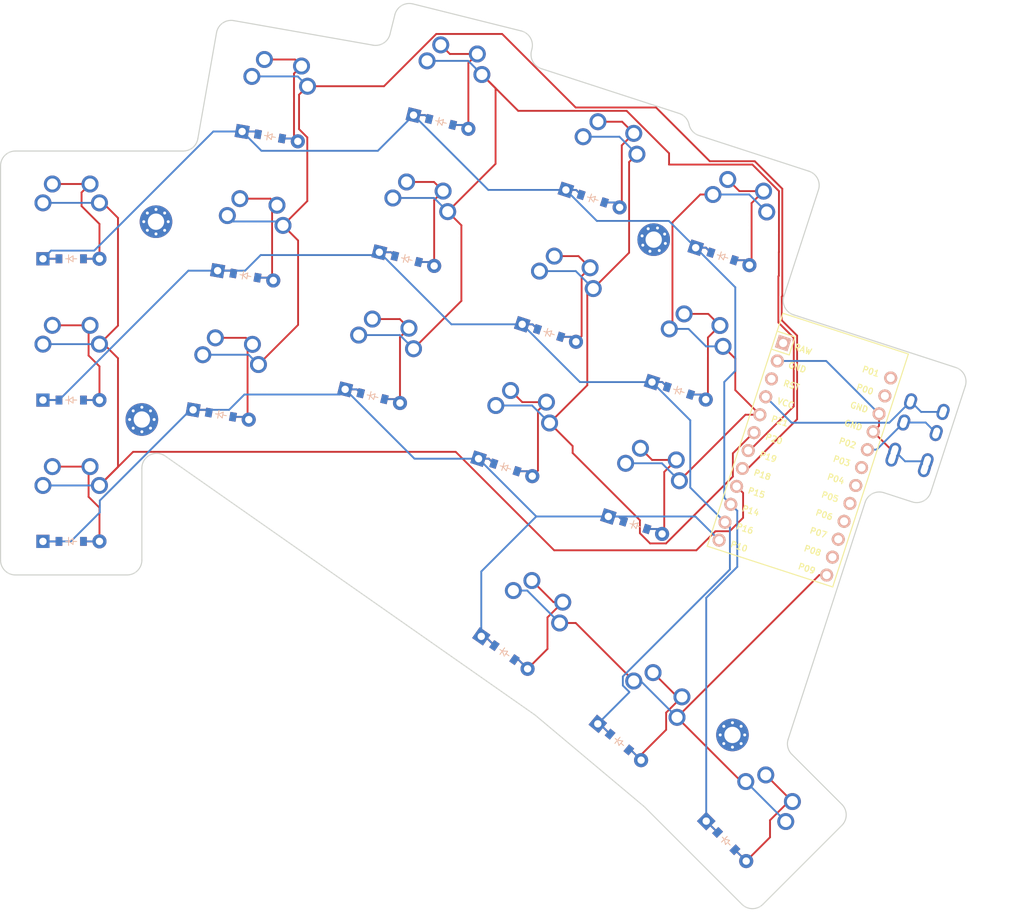
<source format=kicad_pcb>
(kicad_pcb (version 20221018) (generator pcbnew)
  (title_block (title "ferry") (rev "v1.0.0") (company "Unknown"))
  (layers (0 "F.Cu" signal) (31 "B.Cu" signal) (34 "B.Paste" user) (35 "F.Paste" user) (36 "B.SilkS" user "B.Silkscreen") (37 "F.SilkS" user "F.Silkscreen") (38 "B.Mask" user) (39 "F.Mask" user) (44 "Edge.Cuts" user))
  (net 0 "")
  (net 1 "pinky_bottom")
  (net 2 "P15")
  (net 3 "pinky_home")
  (net 4 "pinky_top")
  (net 5 "ring_bottom")
  (net 6 "P18")
  (net 7 "ring_home")
  (net 8 "ring_top")
  (net 9 "middle_bottom")
  (net 10 "P19")
  (net 11 "middle_home")
  (net 12 "middle_top")
  (net 13 "index_bottom")
  (net 14 "P20")
  (net 15 "index_home")
  (net 16 "index_top")
  (net 17 "outer_bottom")
  (net 18 "P21")
  (net 19 "outer_home")
  (net 20 "outer_top")
  (net 21 "P10")
  (net 22 "P16")
  (net 23 "P14")
  (net 24 "tuck_row")
  (net 25 "P9")
  (net 26 "home_row")
  (net 27 "reach_row")
  (net 28 "RAW")
  (net 29 "GND")
  (net 30 "RST")
  (net 31 "VCC")
  (net 32 "P1")
  (net 33 "P0")
  (net 34 "P2")
  (net 35 "P3")
  (net 36 "P4")
  (net 37 "P5")
  (net 38 "P6")
  (net 39 "P7")
  (net 40 "P8")
  (footprint "MX" (layer "F.Cu") (at 141.837285 80.572799 -14)
    (fp_text reference "S7" hide)
    (fp_text value "" hide)
  )
  (footprint "MountingHole_2.2mm_M2_Pad_Via" (layer "F.Cu") (at 109.525 88.57)
    (fp_text reference "_2" hide)
    (fp_text value "")
  )
  (footprint "ComboDiode" (layer "F.Cu") (at 123.489757 69.163451 -10)
    (fp_text reference "D5" hide)
    (fp_text value "" hide)
  )
  (footprint "ComboDiode" (layer "F.Cu") (at 100 85.95)
    (fp_text reference "D2" hide)
    (fp_text value "" hide)
  )
  (footprint "MX" (layer "F.Cu") (at 160.082104 90.274812 -18)
    (fp_text reference "S10" hide)
    (fp_text value "" hide)
  )
  (footprint "MX" (layer "F.Cu") (at 100 61.9)
    (fp_text reference "S3" hide)
    (fp_text value "" hide)
  )
  (footprint "ComboDiode" (layer "F.Cu") (at 181.923386 84.701355 -18)
    (fp_text reference "D14" hide)
    (fp_text value "" hide)
  )
  (footprint "MX" (layer "F.Cu") (at 121.05 83 -10)
    (fp_text reference "S4" hide)
    (fp_text value "" hide)
  )
  (footprint "MX" (layer "F.Cu") (at 100 80.95)
    (fp_text reference "S2" hide)
    (fp_text value "" hide)
  )
  (footprint "MX" (layer "F.Cu") (at 124.357998 64.239412 -10)
    (fp_text reference "S5" hide)
    (fp_text value "" hide)
  )
  (footprint "MX" (layer "F.Cu") (at 171.855652 54.039559 -18)
    (fp_text reference "S12" hide)
    (fp_text value "" hide)
  )
  (footprint "MountingHole_2.2mm_M2_Pad_Via" (layer "F.Cu") (at 189.145507 131.093761 -45)
    (fp_text reference "_4" hide)
    (fp_text value "")
  )
  (footprint "ComboDiode" (layer "F.Cu") (at 170.310567 58.794842 -18)
    (fp_text reference "D12" hide)
    (fp_text value "" hide)
  )
  (footprint "ComboDiode" (layer "F.Cu") (at 176.036612 102.818981 -18)
    (fp_text reference "D13" hide)
    (fp_text value "" hide)
  )
  (footprint "MX" (layer "F.Cu") (at 100 100)
    (fp_text reference "S1" hide)
    (fp_text value "" hide)
  )
  (footprint "MountingHole_2.2mm_M2_Pad_Via" (layer "F.Cu") (at 111.43 61.9)
    (fp_text reference "_1" hide)
    (fp_text value "")
  )
  (footprint "MX" (layer "F.Cu") (at 191.839584 141.870068 -45)
    (fp_text reference "S18" hide)
    (fp_text value "" hide)
  )
  (footprint "MX" (layer "F.Cu") (at 183.468471 79.946072 -18)
    (fp_text reference "S14" hide)
    (fp_text value "" hide)
  )
  (footprint "ComboDiode" (layer "F.Cu") (at 173.909242 132.046354 -40)
    (fp_text reference "D17" hide)
    (fp_text value "" hide)
  )
  (footprint "ProMicro" (layer "F.Cu") (at 198.9119 93.901376 -108)
    (fp_text reference "MCU1" hide)
    (fp_text value "" hide)
  )
  (footprint "ComboDiode" (layer "F.Cu") (at 100 105)
    (fp_text reference "D1" hide)
    (fp_text value "" hide)
  )
  (footprint "MX" (layer "F.Cu") (at 189.355244 61.828446 -18)
    (fp_text reference "S15" hide)
    (fp_text value "" hide)
  )
  (footprint "ComboDiode" (layer "F.Cu") (at 188.30405 145.405602 -45)
    (fp_text reference "D18" hide)
    (fp_text value "" hide)
  )
  (footprint "MX" (layer "F.Cu") (at 177.12318 128.216132 -40)
    (fp_text reference "S17" hide)
    (fp_text value "" hide)
  )
  (footprint "MX" (layer "F.Cu") (at 127.665996 45.478825 -10)
    (fp_text reference "S6" hide)
    (fp_text value "" hide)
  )
  (footprint "MX" (layer "F.Cu") (at 177.581697 98.063699 -18)
    (fp_text reference "S13" hide)
    (fp_text value "" hide)
  )
  (footprint "MX" (layer "F.Cu") (at 151.054509 43.604532 -14)
    (fp_text reference "S9" hide)
    (fp_text value "" hide)
  )
  (footprint "MX" (layer "F.Cu") (at 161.272758 115.896772 -35)
    (fp_text reference "S16" hide)
    (fp_text value "" hide)
  )
  (footprint "ComboDiode" (layer "F.Cu") (at 158.404876 119.992533 -35)
    (fp_text reference "D16" hide)
    (fp_text value "" hide)
  )
  (footprint "ComboDiode" (layer "F.Cu") (at 164.423793 76.912468 -18)
    (fp_text reference "D11" hide)
    (fp_text value "" hide)
  )
  (footprint "MX" (layer "F.Cu") (at 146.445897 62.088666 -14)
    (fp_text reference "S8" hide)
    (fp_text value "" hide)
  )
  (footprint "ComboDiode" (layer "F.Cu") (at 126.797755 50.402863 -10)
    (fp_text reference "D6" hide)
    (fp_text value "" hide)
  )
  (footprint "MountingHole_2.2mm_M2_Pad_Via" (layer "F.Cu") (at 178.530399 64.320347 -18)
    (fp_text reference "_3" hide)
    (fp_text value "")
  )
  (footprint "ComboDiode" (layer "F.Cu") (at 145.236287 66.940144 -14)
    (fp_text reference "D8" hide)
    (fp_text value "" hide)
  )
  (footprint "ComboDiode" (layer "F.Cu") (at 100 66.9)
    (fp_text reference "D3" hide)
    (fp_text value "" hide)
  )
  (footprint "MX" (layer "F.Cu") (at 165.968878 72.157186 -18)
    (fp_text reference "S11" hide)
    (fp_text value "" hide)
  )
  (footprint "ComboDiode" (layer "F.Cu") (at 120.181759 87.924039 -10)
    (fp_text reference "D4" hide)
    (fp_text value "" hide)
  )
  (footprint "TRRS-PJ-320A-dual" (layer "F.Cu") (at 218.526295 84.502546 -18)
    (fp_text reference "TRRS1")
    (fp_text value "TRRS-PJ-320A-dual")
  )
  (footprint "ComboDiode" (layer "F.Cu") (at 149.844899 48.456011 -14)
    (fp_text reference "D9" hide)
    (fp_text value "" hide)
  )
  (footprint "ComboDiode" (layer "F.Cu") (at 187.810159 66.583728 -18)
    (fp_text reference "D15" hide)
    (fp_text value "" hide)
  )
  (footprint "ComboDiode" (layer "F.Cu") (at 158.537019 95.030095 -18)
    (fp_text reference "D10" hide)
    (fp_text value "" hide)
  )
  (footprint "ComboDiode" (layer "F.Cu") (at 140.627675 85.424278 -14)
    (fp_text reference "D7" hide)
    (fp_text value "" hide)
  )
  (gr_line (start 121.909316 34.791828) (end 140.691978 38.103718) (stroke (width 0.15)) (layer "Edge.Cuts"))
  (gr_arc (start 199.455332 55.094985) (mid 200.619311 56.089117) (end 200.739411 57.615132) (stroke (width 0.15)) (layer "Edge.Cuts"))
  (gr_arc (start 143.632904 33.998752) (mid 144.543419 32.768261) (end 146.057339 32.542003) (stroke (width 0.15)) (layer "Edge.Cuts"))
  (gr_arc (start 109.525 107.525) (mid 108.939214 108.939214) (end 107.525 109.525) (stroke (width 0.15)) (layer "Edge.Cuts"))
  (gr_arc (start 117.069492 50.722296) (mid 116.385452 51.907089) (end 115.099876 52.375) (stroke (width 0.15)) (layer "Edge.Cuts"))
  (gr_line (start 163.371205 41.267617) (end 181.955739 47.306098) (stroke (width 0.15)) (layer "Edge.Cuts"))
  (gr_line (start 160.66029 36.182928) (end 146.057339 32.542003) (stroke (width 0.15)) (layer "Edge.Cuts"))
  (gr_line (start 162.596722 128.460991) (end 177.218422 140.730054) (stroke (width 0.15)) (layer "Edge.Cuts"))
  (gr_line (start 92.475 109.525) (end 107.525 109.525) (stroke (width 0.15)) (layer "Edge.Cuts"))
  (gr_line (start 193.253797 153.926238) (end 203.895754 143.284282) (stroke (width 0.15)) (layer "Edge.Cuts"))
  (gr_line (start 90.475 107.525) (end 90.475 54.375) (stroke (width 0.15)) (layer "Edge.Cuts"))
  (gr_line (start 213.36031 99.673697) (end 209.556084 98.437629) (stroke (width 0.15)) (layer "Edge.Cuts"))
  (gr_arc (start 193.253798 153.926239) (mid 191.839584 154.512026) (end 190.42537 153.926239) (stroke (width 0.15)) (layer "Edge.Cuts"))
  (gr_line (start 117.069492 50.722296) (end 119.592404 36.414147) (stroke (width 0.15)) (layer "Edge.Cuts"))
  (gr_line (start 109.525 107.525) (end 109.525 95.132444) (stroke (width 0.15)) (layer "Edge.Cuts"))
  (gr_line (start 215.880457 98.389618) (end 220.531163 84.076218) (stroke (width 0.15)) (layer "Edge.Cuts"))
  (gr_arc (start 215.880457 98.389618) (mid 214.886325 99.553597) (end 213.36031 99.673697) (stroke (width 0.15)) (layer "Edge.Cuts"))
  (gr_arc (start 90.475 54.375) (mid 91.060786 52.960786) (end 92.475 52.375) (stroke (width 0.15)) (layer "Edge.Cuts"))
  (gr_line (start 196.655048 131.6708) (end 207.035937 99.721708) (stroke (width 0.15)) (layer "Edge.Cuts"))
  (gr_arc (start 163.371206 41.267617) (mid 162.24 40.335124) (end 162.048648 38.881661) (stroke (width 0.15)) (layer "Edge.Cuts"))
  (gr_line (start 112.672153 93.49414) (end 162.4583 128.354775) (stroke (width 0.15)) (layer "Edge.Cuts"))
  (gr_arc (start 219.247084 81.556071) (mid 220.411063 82.550203) (end 220.531163 84.076218) (stroke (width 0.15)) (layer "Edge.Cuts"))
  (gr_arc (start 181.955739 47.306098) (mid 182.823995 47.86995) (end 183.294 48.792388) (stroke (width 0.15)) (layer "Edge.Cuts"))
  (gr_arc (start 203.895755 140.455855) (mid 204.481541 141.870069) (end 203.895754 143.284282) (stroke (width 0.15)) (layer "Edge.Cuts"))
  (gr_arc (start 162.4583 128.354776) (mid 162.52867 128.406373) (end 162.596722 128.460991) (stroke (width 0.15)) (layer "Edge.Cuts"))
  (gr_arc (start 177.218423 140.730054) (mid 177.284028 140.787588) (end 177.347061 140.847929) (stroke (width 0.15)) (layer "Edge.Cuts"))
  (gr_arc (start 184.632261 50.278678) (mid 183.764005 49.714826) (end 183.294 48.792388) (stroke (width 0.15)) (layer "Edge.Cuts"))
  (gr_line (start 143.632904 33.998751) (end 142.979865 36.617946) (stroke (width 0.15)) (layer "Edge.Cuts"))
  (gr_arc (start 92.475 109.525) (mid 91.060786 108.939214) (end 90.475 107.525) (stroke (width 0.15)) (layer "Edge.Cuts"))
  (gr_line (start 197.142947 133.703048) (end 203.895754 140.455854) (stroke (width 0.15)) (layer "Edge.Cuts"))
  (gr_line (start 177.347061 140.847929) (end 190.42537 153.926238) (stroke (width 0.15)) (layer "Edge.Cuts"))
  (gr_line (start 162.048648 38.881661) (end 162.117038 38.607363) (stroke (width 0.15)) (layer "Edge.Cuts"))
  (gr_line (start 196.088705 71.928533) (end 200.739411 57.615132) (stroke (width 0.15)) (layer "Edge.Cuts"))
  (gr_arc (start 197.372784 74.44868) (mid 196.208805 73.454548) (end 196.088705 71.928533) (stroke (width 0.15)) (layer "Edge.Cuts"))
  (gr_arc (start 197.142947 133.703048) (mid 196.612421 132.755725) (end 196.655048 131.6708) (stroke (width 0.15)) (layer "Edge.Cuts"))
  (gr_line (start 197.372784 74.44868) (end 219.247084 81.556071) (stroke (width 0.15)) (layer "Edge.Cuts"))
  (gr_line (start 92.475 52.375) (end 115.099876 52.375) (stroke (width 0.15)) (layer "Edge.Cuts"))
  (gr_arc (start 207.035937 99.721708) (mid 208.030069 98.557729) (end 209.556084 98.437629) (stroke (width 0.15)) (layer "Edge.Cuts"))
  (gr_arc (start 142.979865 36.617946) (mid 142.128552 37.811443) (end 140.691978 38.103718) (stroke (width 0.15)) (layer "Edge.Cuts"))
  (gr_arc (start 160.66029 36.182927) (mid 161.890781 37.093443) (end 162.117038 38.607363) (stroke (width 0.15)) (layer "Edge.Cuts"))
  (gr_arc (start 109.525 95.132444) (mid 110.601503 93.358422) (end 112.672153 93.49414) (stroke (width 0.15)) (layer "Edge.Cuts"))
  (gr_line (start 184.632261 50.278678) (end 199.455332 55.094985) (stroke (width 0.15)) (layer "Edge.Cuts"))
  (gr_arc (start 119.592404 36.414148) (mid 120.414867 35.12314) (end 121.909316 34.791828) (stroke (width 0.15)) (layer "Edge.Cuts"))
  (segment (start 102.342 95.118) (end 102.342 98.991869) (width 0.25) (layer "F.Cu") (net 1))
  (segment (start 102.54 94.92) (end 102.342 95.118) (width 0.25) (layer "F.Cu") (net 1))
  (segment (start 97.46 94.92) (end 102.54 94.92) (width 0.25) (layer "F.Cu") (net 1))
  (segment (start 103.81 105) (end 101.65 105) (width 0.25) (layer "F.Cu") (net 1))
  (segment (start 102.342 98.991869) (end 103.81 100.459869) (width 0.25) (layer "F.Cu") (net 1))
  (segment (start 103.81 100.459869) (end 103.81 105) (width 0.25) (layer "F.Cu") (net 1))
  (segment (start 101.65 105) (end 103.81 105) (width 0.25) (layer "B.Cu") (net 1))
  (segment (start 103.81 78.41) (end 106.3059 75.9141) (width 0.25) (layer "F.Cu") (net 2))
  (segment (start 190.578891 98.462175) (end 189.702591 97.585875) (width 0.25) (layer "F.Cu") (net 2))
  (segment (start 165.110156 106.2) (end 184.281913 106.2) (width 0.25) (layer "F.Cu") (net 2))
  (segment (start 106.3059 80.3059) (end 104.41 78.41) (width 0.25) (layer "F.Cu") (net 2))
  (segment (start 151.83644 92.926284) (end 165.110156 106.2) (width 0.25) (layer "F.Cu") (net 2))
  (segment (start 188.768374 103.631626) (end 190.578891 101.821109) (width 0.25) (layer "F.Cu") (net 2))
  (segment (start 184.281913 106.2) (end 186.850287 103.631626) (width 0.25) (layer "F.Cu") (net 2))
  (segment (start 108.343716 92.926284) (end 151.83644 92.926284) (width 0.25) (layer "F.Cu") (net 2))
  (segment (start 103.81 97.46) (end 106.3059 94.9641) (width 0.25) (layer "F.Cu") (net 2))
  (segment (start 103.81 97.46) (end 108.343716 92.926284) (width 0.25) (layer "F.Cu") (net 2))
  (segment (start 186.850287 103.631626) (end 188.768374 103.631626) (width 0.25) (layer "F.Cu") (net 2))
  (segment (start 106.3059 94.9641) (end 106.3059 80.3059) (width 0.25) (layer "F.Cu") (net 2))
  (segment (start 104.273684 59.36) (end 103.81 59.36) (width 0.25) (layer "F.Cu") (net 2))
  (segment (start 106.3059 75.9141) (end 106.3059 61.392216) (width 0.25) (layer "F.Cu") (net 2))
  (segment (start 190.578891 101.821109) (end 190.578891 98.462175) (width 0.25) (layer "F.Cu") (net 2))
  (segment (start 106.3059 61.392216) (end 104.273684 59.36) (width 0.25) (layer "F.Cu") (net 2))
  (segment (start 104.41 78.41) (end 103.81 78.41) (width 0.25) (layer "F.Cu") (net 2))
  (segment (start 96.19 97.46) (end 103.81 97.46) (width 0.25) (layer "B.Cu") (net 2))
  (segment (start 96.19 59.36) (end 103.81 59.36) (width 0.25) (layer "B.Cu") (net 2))
  (segment (start 96.19 78.41) (end 103.81 78.41) (width 0.25) (layer "B.Cu") (net 2))
  (segment (start 102.54 75.87) (end 102.342 76.068) (width 0.25) (layer "F.Cu") (net 3))
  (segment (start 101.65 85.95) (end 103.81 85.95) (width 0.25) (layer "F.Cu") (net 3))
  (segment (start 102.342 76.068) (end 102.342 79.941869) (width 0.25) (layer "F.Cu") (net 3))
  (segment (start 102.342 79.941869) (end 103.81 81.409869) (width 0.25) (layer "F.Cu") (net 3))
  (segment (start 103.81 81.409869) (end 103.81 85.95) (width 0.25) (layer "F.Cu") (net 3))
  (segment (start 97.46 75.87) (end 102.54 75.87) (width 0.25) (layer "F.Cu") (net 3))
  (segment (start 101.65 85.95) (end 103.81 85.95) (width 0.25) (layer "B.Cu") (net 3))
  (segment (start 103.81 62.21) (end 103.81 66.9) (width 0.25) (layer "F.Cu") (net 4))
  (segment (start 102.54 56.82) (end 101.397 57.963) (width 0.25) (layer "F.Cu") (net 4))
  (segment (start 101.397 57.963) (end 101.397 59.797) (width 0.25) (layer "F.Cu") (net 4))
  (segment (start 97.46 56.82) (end 102.54 56.82) (width 0.25) (layer "F.Cu") (net 4))
  (segment (start 101.397 59.797) (end 103.81 62.21) (width 0.25) (layer "F.Cu") (net 4))
  (segment (start 101.65 66.9) (end 103.81 66.9) (width 0.25) (layer "F.Cu") (net 4))
  (segment (start 101.65 66.9) (end 103.81 66.9) (width 0.25) (layer "B.Cu") (net 4))
  (segment (start 123.775184 79.096603) (end 123.775184 88.426946) (width 0.25) (layer "F.Cu") (net 5))
  (segment (start 123.775184 88.426946) (end 123.933877 88.585639) (width 0.25) (layer "F.Cu") (net 5))
  (segment (start 124.433544 78.438243) (end 123.775184 79.096603) (width 0.25) (layer "F.Cu") (net 5))
  (segment (start 123.551411 77.55611) (end 124.433544 78.438243) (width 0.25) (layer "F.Cu") (net 5))
  (segment (start 123.558796 88.210558) (end 123.933877 88.585639) (width 0.25) (layer "F.Cu") (net 5))
  (segment (start 121.806692 88.210558) (end 123.558796 88.210558) (width 0.25) (layer "F.Cu") (net 5))
  (segment (start 119.430721 77.55611) (end 123.551411 77.55611) (width 0.25) (layer "F.Cu") (net 5))
  (segment (start 121.806692 88.210558) (end 123.558796 88.210558) (width 0.25) (layer "B.Cu") (net 5))
  (segment (start 123.558796 88.210558) (end 123.933877 88.585639) (width 0.25) (layer "B.Cu") (net 5))
  (segment (start 191.229808 95.170192) (end 190.487495 95.170192) (width 0.25) (layer "F.Cu") (net 6))
  (segment (start 130.71618 49.424112) (end 131.827373 50.535305) (width 0.25) (layer "F.Cu") (net 6))
  (segment (start 197.861019 77.261019) (end 197.861019 88.538981) (width 0.25) (layer "F.Cu") (net 6))
  (segment (start 195.862511 57.462511) (end 195.862511 71.937489) (width 0.25) (layer "F.Cu") (net 6))
  (segment (start 195.784663 75.184663) (end 197.861019 77.261019) (width 0.25) (layer "F.Cu") (net 6))
  (segment (start 142.16479 43.639013) (end 149.210855 36.592948) (width 0.25) (layer "F.Cu") (net 6))
  (segment (start 192.15 53.75) (end 195.862511 57.462511) (width 0.25) (layer "F.Cu") (net 6))
  (segment (start 131.827373 59.123409) (end 128.551182 62.3996) (width 0.25) (layer "F.Cu") (net 6))
  (segment (start 131.85918 43.639013) (end 130.71618 44.782013) (width 0.25) (layer "F.Cu") (net 6))
  (segment (start 130.586721 64.435139) (end 130.586721 75.816651) (width 0.25) (layer "F.Cu") (net 6))
  (segment (start 168.006744 46.505289) (end 178.84389 46.505289) (width 0.25) (layer "F.Cu") (net 6))
  (segment (start 131.85918 43.639013) (end 142.16479 43.639013) (width 0.25) (layer "F.Cu") (net 6))
  (segment (start 197.861019 88.538981) (end 191.229808 95.170192) (width 0.25) (layer "F.Cu") (net 6))
  (segment (start 130.71618 44.782013) (end 130.71618 49.424112) (width 0.25) (layer "F.Cu") (net 6))
  (segment (start 131.827373 50.535305) (end 131.827373 59.123409) (width 0.25) (layer "F.Cu") (net 6))
  (segment (start 195.862511 71.937489) (end 195.784663 72.015337) (width 0.25) (layer "F.Cu") (net 6))
  (segment (start 128.551182 62.3996) (end 130.586721 64.435139) (width 0.25) (layer "F.Cu") (net 6))
  (segment (start 178.84389 46.505289) (end 186.088601 53.75) (width 0.25) (layer "F.Cu") (net 6))
  (segment (start 186.088601 53.75) (end 192.15 53.75) (width 0.25) (layer "F.Cu") (net 6))
  (segment (start 149.210855 36.592948) (end 158.094403 36.592948) (width 0.25) (layer "F.Cu") (net 6))
  (segment (start 195.784663 72.015337) (end 195.784663 75.184663) (width 0.25) (layer "F.Cu") (net 6))
  (segment (start 158.094403 36.592948) (end 168.006744 46.505289) (width 0.25) (layer "F.Cu") (net 6))
  (segment (start 130.586721 75.816651) (end 125.243184 81.160188) (width 0.25) (layer "F.Cu") (net 6))
  (segment (start 123.919985 79.836989) (end 125.243184 81.160188) (width 0.25) (layer "B.Cu") (net 6))
  (segment (start 124.354945 42.315814) (end 130.535981 42.315814) (width 0.25) (layer "B.Cu") (net 6))
  (segment (start 130.535981 42.315814) (end 131.85918 43.639013) (width 0.25) (layer "B.Cu") (net 6))
  (segment (start 121.841058 61.870512) (end 128.022094 61.870512) (width 0.25) (layer "B.Cu") (net 6))
  (segment (start 128.022094 61.870512) (end 128.551182 62.3996) (width 0.25) (layer "B.Cu") (net 6))
  (segment (start 121.046947 61.076401) (end 121.841058 61.870512) (width 0.25) (layer "B.Cu") (net 6))
  (segment (start 117.738949 79.836989) (end 123.919985 79.836989) (width 0.25) (layer "B.Cu") (net 6))
  (segment (start 125.11469 69.44997) (end 126.866794 69.44997) (width 0.25) (layer "F.Cu") (net 7))
  (segment (start 122.738719 58.795522) (end 126.859409 58.795522) (width 0.25) (layer "F.Cu") (net 7))
  (segment (start 126.859409 58.795522) (end 127.741542 59.677655) (width 0.25) (layer "F.Cu") (net 7))
  (segment (start 127.083182 60.336015) (end 127.083182 69.666358) (width 0.25) (layer "F.Cu") (net 7))
  (segment (start 127.741542 59.677655) (end 127.083182 60.336015) (width 0.25) (layer "F.Cu") (net 7))
  (segment (start 127.083182 69.666358) (end 127.241875 69.825051) (width 0.25) (layer "F.Cu") (net 7))
  (segment (start 126.866794 69.44997) (end 127.241875 69.825051) (width 0.25) (layer "F.Cu") (net 7))
  (segment (start 126.866794 69.44997) (end 127.241875 69.825051) (width 0.25) (layer "B.Cu") (net 7))
  (segment (start 125.11469 69.44997) (end 126.866794 69.44997) (width 0.25) (layer "B.Cu") (net 7))
  (segment (start 130.034896 50.549486) (end 130.549873 51.064463) (width 0.25) (layer "F.Cu") (net 8))
  (segment (start 130.174792 50.689382) (end 130.549873 51.064463) (width 0.25) (layer "F.Cu") (net 8))
  (segment (start 126.046717 40.034935) (end 130.167407 40.034935) (width 0.25) (layer "F.Cu") (net 8))
  (segment (start 128.422688 50.689382) (end 130.174792 50.689382) (width 0.25) (layer "F.Cu") (net 8))
  (segment (start 130.034896 41.931712) (end 130.034896 50.549486) (width 0.25) (layer "F.Cu") (net 8))
  (segment (start 131.04954 40.917068) (end 130.034896 41.931712) (width 0.25) (layer "F.Cu") (net 8))
  (segment (start 130.167407 40.034935) (end 131.04954 40.917068) (width 0.25) (layer "F.Cu") (net 8))
  (segment (start 128.422688 50.689382) (end 130.174792 50.689382) (width 0.25) (layer "B.Cu") (net 8))
  (segment (start 130.174792 50.689382) (end 130.549873 51.064463) (width 0.25) (layer "B.Cu") (net 8))
  (segment (start 140.601697 75.029215) (end 144.301836 75.029215) (width 0.25) (layer "F.Cu") (net 9))
  (segment (start 143.801951 85.823449) (end 144.324502 86.346) (width 0.25) (layer "F.Cu") (net 9))
  (segment (start 142.228663 85.823449) (end 143.801951 85.823449) (width 0.25) (layer "F.Cu") (net 9))
  (segment (start 144.301836 75.029215) (end 145.530799 76.258178) (width 0.25) (layer "F.Cu") (net 9))
  (segment (start 145.530799 76.258178) (end 144.324502 77.464475) (width 0.25) (layer "F.Cu") (net 9))
  (segment (start 144.324502 77.464475) (end 144.324502 86.346) (width 0.25) (layer "F.Cu") (net 9))
  (segment (start 142.228663 85.823449) (end 143.801951 85.823449) (width 0.25) (layer "B.Cu") (net 9))
  (segment (start 143.801951 85.823449) (end 144.324502 86.346) (width 0.25) (layer "B.Cu") (net 9))
  (segment (start 195.412511 57.777693) (end 195.412511 65.987489) (width 0.25) (layer "F.Cu") (net 10))
  (segment (start 180.6 52.675887) (end 180.6 54.2) (width 0.25) (layer "F.Cu") (net 10))
  (segment (start 195.4 66) (end 195.4 69.2) (width 0.25) (layer "F.Cu") (net 10))
  (segment (start 150.757205 60.545837) (end 152.600899 62.389531) (width 0.25) (layer "F.Cu") (net 10))
  (segment (start 197.411019 77.563167) (end 197.411019 78) (width 0.25) (layer "F.Cu") (net 10))
  (segment (start 191.834818 54.2) (end 195.412511 57.777693) (width 0.25) (layer "F.Cu") (net 10))
  (segment (start 197.411019 86.788981) (end 191.445492 92.754508) (width 0.25) (layer "F.Cu") (net 10))
  (segment (start 195.412511 65.987489) (end 195.4 66) (width 0.25) (layer "F.Cu") (net 10))
  (segment (start 195.334663 75.486811) (end 197.411019 77.563167) (width 0.25) (layer "F.Cu") (net 10))
  (segment (start 191.445492 92.754508) (end 191.272398 92.754508) (width 0.25) (layer "F.Cu") (net 10))
  (segment (start 152.600899 72.577664) (end 146.148593 79.02997) (width 0.25) (layer "F.Cu") (net 10))
  (segment (start 157.209511 43.905397) (end 157.209511 54.093531) (width 0.25) (layer "F.Cu") (net 10))
  (segment (start 195.334663 69.265337) (end 195.334663 75.486811) (width 0.25) (layer "F.Cu") (net 10))
  (segment (start 152.600899 62.389531) (end 152.600899 72.577664) (width 0.25) (layer "F.Cu") (net 10))
  (segment (start 174.879402 46.955289) (end 180.6 52.675887) (width 0.25) (layer "F.Cu") (net 10))
  (segment (start 160.259403 46.955289) (end 174.879402 46.955289) (width 0.25) (layer "F.Cu") (net 10))
  (segment (start 155.365817 42.061703) (end 157.209511 43.905397) (width 0.25) (layer "F.Cu") (net 10))
  (segment (start 195.4 69.2) (end 195.334663 69.265337) (width 0.25) (layer "F.Cu") (net 10))
  (segment (start 155.365817 42.061703) (end 160.259403 46.955289) (width 0.25) (layer "F.Cu") (net 10))
  (segment (start 157.209511 54.093531) (end 150.757205 60.545837) (width 0.25) (layer "F.Cu") (net 10))
  (segment (start 197.411019 77.563167) (end 197.411019 86.788981) (width 0.25) (layer "F.Cu") (net 10))
  (segment (start 180.6 54.2) (end 191.834818 54.2) (width 0.25) (layer "F.Cu") (net 10))
  (segment (start 144.305148 77.186525) (end 146.148593 79.02997) (width 0.25) (layer "B.Cu") (net 10))
  (segment (start 147.972164 40.218258) (end 153.522372 40.218258) (width 0.25) (layer "B.Cu") (net 10))
  (segment (start 143.363552 58.702392) (end 148.91376 58.702392) (width 0.25) (layer "B.Cu") (net 10))
  (segment (start 148.91376 58.702392) (end 150.757205 60.545837) (width 0.25) (layer "B.Cu") (net 10))
  (segment (start 138.75494 77.186525) (end 144.305148 77.186525) (width 0.25) (layer "B.Cu") (net 10))
  (segment (start 153.522372 40.218258) (end 155.365817 42.061703) (width 0.25) (layer "B.Cu") (net 10))
  (segment (start 145.210309 56.545082) (end 148.910448 56.545082) (width 0.25) (layer "F.Cu") (net 11))
  (segment (start 146.837275 67.339315) (end 148.410563 67.339315) (width 0.25) (layer "F.Cu") (net 11))
  (segment (start 148.410563 67.339315) (end 148.933114 67.861866) (width 0.25) (layer "F.Cu") (net 11))
  (segment (start 148.910448 56.545082) (end 150.139411 57.774045) (width 0.25) (layer "F.Cu") (net 11))
  (segment (start 148.933114 58.980342) (end 148.933114 67.861866) (width 0.25) (layer "F.Cu") (net 11))
  (segment (start 150.139411 57.774045) (end 148.933114 58.980342) (width 0.25) (layer "F.Cu") (net 11))
  (segment (start 148.410563 67.339315) (end 148.933114 67.861866) (width 0.25) (layer "B.Cu") (net 11))
  (segment (start 146.837275 67.339315) (end 148.410563 67.339315) (width 0.25) (layer "B.Cu") (net 11))
  (segment (start 153.019175 48.855182) (end 153.541726 49.377733) (width 0.25) (layer "F.Cu") (net 12))
  (segment (start 151.047884 39.289911) (end 154.748023 39.289911) (width 0.25) (layer "F.Cu") (net 12))
  (segment (start 149.818921 38.060948) (end 151.047884 39.289911) (width 0.25) (layer "F.Cu") (net 12))
  (segment (start 154.748023 39.289911) (end 153.541726 40.496208) (width 0.25) (layer "F.Cu") (net 12))
  (segment (start 153.541726 40.496208) (end 153.541726 49.377733) (width 0.25) (layer "F.Cu") (net 12))
  (segment (start 151.445887 48.855182) (end 153.019175 48.855182) (width 0.25) (layer "F.Cu") (net 12))
  (segment (start 151.445887 48.855182) (end 153.019175 48.855182) (width 0.25) (layer "B.Cu") (net 12))
  (segment (start 153.019175 48.855182) (end 153.541726 49.377733) (width 0.25) (layer "B.Cu") (net 12))
  (segment (start 161.493067 95.539973) (end 162.160544 96.20745) (width 0.25) (layer "F.Cu") (net 13))
  (segment (start 159.236227 84.658542) (end 160.806033 86.228348) (width 0.25) (layer "F.Cu") (net 13))
  (segment (start 160.106262 95.539973) (end 160.106262 95.706262) (width 0.25) (layer "F.Cu") (net 13))
  (segment (start 160.806033 86.228348) (end 164.067594 86.228348) (width 0.25) (layer "F.Cu") (net 13))
  (segment (start 162.924594 87.371348) (end 162.924594 95.4434) (width 0.25) (layer "F.Cu") (net 13))
  (segment (start 162.924594 95.4434) (end 162.160544 96.20745) (width 0.25) (layer "F.Cu") (net 13))
  (segment (start 160.106262 95.539973) (end 161.493067 95.539973) (width 0.25) (layer "F.Cu") (net 13))
  (segment (start 164.067594 86.228348) (end 162.924594 87.371348) (width 0.25) (layer "F.Cu") (net 13))
  (segment (start 160.106262 95.539973) (end 161.493067 95.539973) (width 0.25) (layer "B.Cu") (net 13))
  (segment (start 161.493067 95.539973) (end 162.160544 96.20745) (width 0.25) (layer "B.Cu") (net 13))
  (segment (start 176.667469 103.895055) (end 178.04625 105.273836) (width 0.25) (layer "F.Cu") (net 14))
  (segment (start 176.667469 102.144716) (end 176.667469 103.895055) (width 0.25) (layer "F.Cu") (net 14))
  (segment (start 175.211592 53.853718) (end 175.211592 66.084571) (width 0.25) (layer "F.Cu") (net 14))
  (segment (start 169.574345 71.721818) (end 169.574345 83.95267) (width 0.25) (layer "F.Cu") (net 14))
  (segment (start 164.490532 89.036483) (end 167.6 92.145951) (width 0.25) (layer "F.Cu") (net 14))
  (segment (start 167.6 93.077247) (end 176.667469 102.144716) (width 0.25) (layer "F.Cu") (net 14))
  (segment (start 169.574345 83.95267) (end 164.490532 89.036483) (width 0.25) (layer "F.Cu") (net 14))
  (segment (start 189.2 93.128011) (end 191.989186 90.338825) (width 0.25) (layer "F.Cu") (net 14))
  (segment (start 189.2 96.263131) (end 189.2 93.128011) (width 0.25) (layer "F.Cu") (net 14))
  (segment (start 191.989186 90.338825) (end 192.057301 90.338825) (width 0.25) (layer "F.Cu") (net 14))
  (segment (start 175.211592 66.084571) (end 170.377306 70.918857) (width 0.25) (layer "F.Cu") (net 14))
  (segment (start 167.6 92.145951) (end 167.6 93.077247) (width 0.25) (layer "F.Cu") (net 14))
  (segment (start 170.377306 70.918857) (end 169.574345 71.721818) (width 0.25) (layer "F.Cu") (net 14))
  (segment (start 176.26408 52.80123) (end 175.211592 53.853718) (width 0.25) (layer "F.Cu") (net 14))
  (segment (start 180.189295 105.273836) (end 189.2 96.263131) (width 0.25) (layer "F.Cu") (net 14))
  (segment (start 178.04625 105.273836) (end 180.189295 105.273836) (width 0.25) (layer "F.Cu") (net 14))
  (segment (start 157.243482 86.681774) (end 162.135823 86.681774) (width 0.25) (layer "B.Cu") (net 14))
  (segment (start 173.909371 50.446521) (end 176.26408 52.80123) (width 0.25) (layer "B.Cu") (net 14))
  (segment (start 169.01703 50.446521) (end 173.909371 50.446521) (width 0.25) (layer "B.Cu") (net 14))
  (segment (start 168.022597 68.564148) (end 170.377306 70.918857) (width 0.25) (layer "B.Cu") (net 14))
  (segment (start 163.130256 68.564148) (end 168.022597 68.564148) (width 0.25) (layer "B.Cu") (net 14))
  (segment (start 162.135823 86.681774) (end 164.490532 89.036483) (width 0.25) (layer "B.Cu") (net 14))
  (segment (start 168.811368 77.325773) (end 168.047318 78.089823) (width 0.25) (layer "F.Cu") (net 15))
  (segment (start 168.384562 66.540916) (end 169.954368 68.110722) (width 0.25) (layer "F.Cu") (net 15))
  (segment (start 167.379841 77.422346) (end 168.047318 78.089823) (width 0.25) (layer "F.Cu") (net 15))
  (segment (start 169.954368 68.110722) (end 168.811368 69.253722) (width 0.25) (layer "F.Cu") (net 15))
  (segment (start 165.993036 77.422346) (end 167.379841 77.422346) (width 0.25) (layer "F.Cu") (net 15))
  (segment (start 165.123001 66.540916) (end 168.384562 66.540916) (width 0.25) (layer "F.Cu") (net 15))
  (segment (start 168.811368 69.253722) (end 168.811368 77.325773) (width 0.25) (layer "F.Cu") (net 15))
  (segment (start 167.379841 77.422346) (end 168.047318 78.089823) (width 0.25) (layer "B.Cu") (net 15))
  (segment (start 165.993036 77.422346) (end 167.379841 77.422346) (width 0.25) (layer "B.Cu") (net 15))
  (segment (start 174.224552 59.681737) (end 173.934092 59.972197) (width 0.25) (layer "F.Cu") (net 16))
  (segment (start 174.224552 51.609685) (end 174.224552 59.681737) (width 0.25) (layer "F.Cu") (net 16))
  (segment (start 171.009775 48.423289) (end 174.271336 48.423289) (width 0.25) (layer "F.Cu") (net 16))
  (segment (start 174.271336 48.423289) (end 175.841142 49.993095) (width 0.25) (layer "F.Cu") (net 16))
  (segment (start 173.266615 59.30472) (end 173.934092 59.972197) (width 0.25) (layer "F.Cu") (net 16))
  (segment (start 171.87981 59.30472) (end 173.266615 59.30472) (width 0.25) (layer "F.Cu") (net 16))
  (segment (start 175.841142 49.993095) (end 174.224552 51.609685) (width 0.25) (layer "F.Cu") (net 16))
  (segment (start 171.87981 59.30472) (end 173.266615 59.30472) (width 0.25) (layer "B.Cu") (net 16))
  (segment (start 173.266615 59.30472) (end 173.934092 59.972197) (width 0.25) (layer "B.Cu") (net 16))
  (segment (start 178.305626 94.017235) (end 181.567187 94.017235) (width 0.25) (layer "F.Cu") (net 17))
  (segment (start 178.99266 103.328859) (end 179.660137 103.996336) (width 0.25) (layer "F.Cu") (net 17))
  (segment (start 179.950597 103.705876) (end 179.660137 103.996336) (width 0.25) (layer "F.Cu") (net 17))
  (segment (start 179.950597 95.633825) (end 179.950597 103.705876) (width 0.25) (layer "F.Cu") (net 17))
  (segment (start 181.567187 94.017235) (end 179.950597 95.633825) (width 0.25) (layer "F.Cu") (net 17))
  (segment (start 177.605855 103.328859) (end 178.99266 103.328859) (width 0.25) (layer "F.Cu") (net 17))
  (segment (start 176.73582 92.447429) (end 178.305626 94.017235) (width 0.25) (layer "F.Cu") (net 17))
  (segment (start 177.605855 103.328859) (end 178.99266 103.328859) (width 0.25) (layer "B.Cu") (net 17))
  (segment (start 178.99266 103.328859) (end 179.660137 103.996336) (width 0.25) (layer "B.Cu") (net 17))
  (segment (start 181.055399 75.927484) (end 180.629849 76.353034) (width 0.25) (layer "F.Cu") (net 18))
  (segment (start 189.525738 80.356582) (end 189.525738 84.606675) (width 0.25) (layer "F.Cu") (net 18))
  (segment (start 184.813425 58.235408) (end 181.055399 61.993434) (width 0.25) (layer "F.Cu") (net 18))
  (segment (start 189.525738 84.606675) (end 192.842204 87.923141) (width 0.25) (layer "F.Cu") (net 18))
  (segment (start 181.055399 61.993434) (end 181.055399 75.927484) (width 0.25) (layer "F.Cu") (net 18))
  (segment (start 181.990125 96.82537) (end 190.892354 87.923141) (width 0.25) (layer "F.Cu") (net 18))
  (segment (start 187.876899 78.707743) (end 189.525738 80.356582) (width 0.25) (layer "F.Cu") (net 18))
  (segment (start 186.516622 58.235408) (end 184.813425 58.235408) (width 0.25) (layer "F.Cu") (net 18))
  (segment (start 190.892354 87.923141) (end 192.842204 87.923141) (width 0.25) (layer "F.Cu") (net 18))
  (segment (start 191.408963 58.235408) (end 193.763672 60.590117) (width 0.25) (layer "B.Cu") (net 18))
  (segment (start 174.743075 94.470661) (end 179.635416 94.470661) (width 0.25) (layer "B.Cu") (net 18))
  (segment (start 186.516622 58.235408) (end 191.408963 58.235408) (width 0.25) (layer "B.Cu") (net 18))
  (segment (start 179.635416 94.470661) (end 181.990125 96.82537) (width 0.25) (layer "B.Cu") (net 18))
  (segment (start 180.629849 76.353034) (end 183.225564 76.353034) (width 0.25) (layer "B.Cu") (net 18))
  (segment (start 183.225564 76.353034) (end 185.580273 78.707743) (width 0.25) (layer "B.Cu") (net 18))
  (segment (start 185.580273 78.707743) (end 187.876899 78.707743) (width 0.25) (layer "B.Cu") (net 18))
  (segment (start 185.837371 77.516198) (end 185.837371 85.58825) (width 0.25) (layer "F.Cu") (net 19))
  (segment (start 183.492629 85.211233) (end 184.879434 85.211233) (width 0.25) (layer "F.Cu") (net 19))
  (segment (start 182.622594 74.329802) (end 185.884155 74.329802) (width 0.25) (layer "F.Cu") (net 19))
  (segment (start 185.837371 85.58825) (end 185.546911 85.87871) (width 0.25) (layer "F.Cu") (net 19))
  (segment (start 184.879434 85.211233) (end 185.546911 85.87871) (width 0.25) (layer "F.Cu") (net 19))
  (segment (start 187.453961 75.899608) (end 185.837371 77.516198) (width 0.25) (layer "F.Cu") (net 19))
  (segment (start 185.884155 74.329802) (end 187.453961 75.899608) (width 0.25) (layer "F.Cu") (net 19))
  (segment (start 184.879434 85.211233) (end 185.546911 85.87871) (width 0.25) (layer "B.Cu") (net 19))
  (segment (start 183.492629 85.211233) (end 184.879434 85.211233) (width 0.25) (layer "B.Cu") (net 19))
  (segment (start 190.766207 67.093606) (end 191.433684 67.761083) (width 0.25) (layer "F.Cu") (net 20))
  (segment (start 190.079173 57.781982) (end 193.340734 57.781982) (width 0.25) (layer "F.Cu") (net 20))
  (segment (start 188.509367 56.212176) (end 190.079173 57.781982) (width 0.25) (layer "F.Cu") (net 20))
  (segment (start 191.724144 59.398572) (end 191.724144 67.470623) (width 0.25) (layer "F.Cu") (net 20))
  (segment (start 193.340734 57.781982) (end 191.724144 59.398572) (width 0.25) (layer "F.Cu") (net 20))
  (segment (start 189.379402 67.093606) (end 190.766207 67.093606) (width 0.25) (layer "F.Cu") (net 20))
  (segment (start 191.724144 67.470623) (end 191.433684 67.761083) (width 0.25) (layer "F.Cu") (net 20))
  (segment (start 189.379402 67.093606) (end 190.766207 67.093606) (width 0.25) (layer "B.Cu") (net 20))
  (segment (start 190.766207 67.093606) (end 191.433684 67.761083) (width 0.25) (layer "B.Cu") (net 20))
  (segment (start 96.19 105) (end 98.35 105) (width 0.25) (layer "F.Cu") (net 21))
  (segment (start 172.413087 101.641626) (end 173.799892 101.641626) (width 0.25) (layer "F.Cu") (net 21))
  (segment (start 136.930848 84.502556) (end 138.504136 84.502556) (width 0.25) (layer "F.Cu") (net 21))
  (segment (start 173.799892 101.641626) (end 174.467369 102.309103) (width 0.25) (layer "F.Cu") (net 21))
  (segment (start 155.81435 117.807207) (end 157.053275 119.046132) (width 0.25) (layer "F.Cu") (net 21))
  (segment (start 118.181745 87.262439) (end 118.556826 87.63752) (width 0.25) (layer "F.Cu") (net 21))
  (segment (start 154.913494 93.85274) (end 156.300299 93.85274) (width 0.25) (layer "F.Cu") (net 21))
  (segment (start 138.504136 84.502556) (end 139.026687 85.025107) (width 0.25) (layer "F.Cu") (net 21))
  (segment (start 155.283907 117.807207) (end 155.81435 117.807207) (width 0.25) (layer "F.Cu") (net 21))
  (segment (start 116.662439 87.262439) (end 117.03752 87.63752) (width 0.25) (layer "F.Cu") (net 21))
  (segment (start 116.429641 87.262439) (end 118.181745 87.262439) (width 0.25) (layer "F.Cu") (net 21))
  (segment (start 156.300299 93.85274) (end 156.967776 94.520217) (width 0.25) (layer "F.Cu") (net 21))
  (segment (start 116.429641 87.262439) (end 116.662439 87.262439) (width 0.25) (layer "F.Cu") (net 21))
  (segment (start 172.413087 101.641626) (end 184.156582 101.641626) (width 0.25) (layer "B.Cu") (net 21))
  (segment (start 155.283907 117.807207) (end 155.283907 109.060099) (width 0.25) (layer "B.Cu") (net 21))
  (segment (start 136.930848 84.502556) (end 138.504136 84.502556) (width 0.25) (layer "B.Cu") (net 21))
  (segment (start 155.283907 109.060099) (end 162.70238 101.641626) (width 0.25) (layer "B.Cu") (net 21))
  (segment (start 99.946316 105) (end 103.8541 101.092216) (width 0.25) (layer "B.Cu") (net 21))
  (segment (start 103.8541 99.492216) (end 116.083877 87.262439) (width 0.25) (layer "B.Cu") (net 21))
  (segment (start 138.504136 84.502556) (end 139.026687 85.025107) (width 0.25) (layer "B.Cu") (net 21))
  (segment (start 136.233404 85.2) (end 136.930848 84.502556) (width 0.25) (layer "B.Cu") (net 21))
  (segment (start 154.913494 93.85274) (end 162.70238 101.641626) (width 0.25) (layer "B.Cu") (net 21))
  (segment (start 96.19 105) (end 99.946316 105) (width 0.25) (layer "B.Cu") (net 21))
  (segment (start 136.930848 84.502556) (end 146.281032 93.85274) (width 0.25) (layer "B.Cu") (net 21))
  (segment (start 96.19 105) (end 98.35 105) (width 0.25) (layer "B.Cu") (net 21))
  (segment (start 116.429641 87.262439) (end 118.181745 87.262439) (width 0.25) (layer "B.Cu") (net 21))
  (segment (start 154.913494 93.85274) (end 156.300299 93.85274) (width 0.25) (layer "B.Cu") (net 21))
  (segment (start 121.287191 87.262439) (end 123.34963 85.2) (width 0.25) (layer "B.Cu") (net 21))
  (segment (start 156.300299 93.85274) (end 156.967776 94.520217) (width 0.25) (layer "B.Cu") (net 21))
  (segment (start 103.8541 101.092216) (end 103.8541 99.492216) (width 0.25) (layer "B.Cu") (net 21))
  (segment (start 123.34963 85.2) (end 136.233404 85.2) (width 0.25) (layer "B.Cu") (net 21))
  (segment (start 116.083877 87.262439) (end 116.429641 87.262439) (width 0.25) (layer "B.Cu") (net 21))
  (segment (start 184.156582 101.641626) (end 187.347882 104.832926) (width 0.25) (layer "B.Cu") (net 21))
  (segment (start 118.181745 87.262439) (end 118.556826 87.63752) (width 0.25) (layer "B.Cu") (net 21))
  (segment (start 155.283907 117.807207) (end 155.81435 117.807207) (width 0.25) (layer "B.Cu") (net 21))
  (segment (start 155.81435 117.807207) (end 157.053275 119.046132) (width 0.25) (layer "B.Cu") (net 21))
  (segment (start 116.429641 87.262439) (end 121.287191 87.262439) (width 0.25) (layer "B.Cu") (net 21))
  (segment (start 173.799892 101.641626) (end 174.467369 102.309103) (width 0.25) (layer "B.Cu") (net 21))
  (segment (start 172.413087 101.641626) (end 173.799892 101.641626) (width 0.25) (layer "B.Cu") (net 21))
  (segment (start 146.281032 93.85274) (end 154.913494 93.85274) (width 0.25) (layer "B.Cu") (net 21))
  (segment (start 162.70238 101.641626) (end 172.413087 101.641626) (width 0.25) (layer "B.Cu") (net 21))
  (segment (start 170.990613 129.597333) (end 171.256848 129.597333) (width 0.25) (layer "F.Cu") (net 22))
  (segment (start 121.489743 68.501851) (end 121.864824 68.876932) (width 0.25) (layer "F.Cu") (net 22))
  (segment (start 141.53946 66.018422) (end 143.112748 66.018422) (width 0.25) (layer "F.Cu") (net 22))
  (segment (start 179.686666 83.524) (end 180.354143 84.191477) (width 0.25) (layer "F.Cu") (net 22))
  (segment (start 178.299861 83.524) (end 179.686666 83.524) (width 0.25) (layer "F.Cu") (net 22))
  (segment (start 160.800268 75.735113) (end 162.187073 75.735113) (width 0.25) (layer "F.Cu") (net 22))
  (segment (start 162.187073 75.735113) (end 162.85455 76.40259) (width 0.25) (layer "F.Cu") (net 22))
  (segment (start 119.737639 68.501851) (end 121.489743 68.501851) (width 0.25) (layer "F.Cu") (net 22))
  (segment (start 96.19 85.95) (end 98.35 85.95) (width 0.25) (layer "F.Cu") (net 22))
  (segment (start 143.112748 66.018422) (end 143.635299 66.540973) (width 0.25) (layer "F.Cu") (net 22))
  (segment (start 171.256848 129.597333) (end 172.645269 130.985754) (width 0.25) (layer "F.Cu") (net 22))
  (segment (start 125.547541 66.4) (end 141.157882 66.4) (width 0.25) (layer "B.Cu") (net 22))
  (segment (start 119.737639 68.501851) (end 121.489743 68.501851) (width 0.25) (layer "B.Cu") (net 22))
  (segment (start 162.187073 75.735113) (end 162.85455 76.40259) (width 0.25) (layer "B.Cu") (net 22))
  (segment (start 96.19 85.95) (end 98.35 85.95) (width 0.25) (layer "B.Cu") (net 22))
  (segment (start 103.8541 80.446031) (end 103.8541 80.442216) (width 0.25) (layer "B.Cu") (net 22))
  (segment (start 119.737639 68.501851) (end 123.44569 68.501851) (width 0.25) (layer "B.Cu") (net 22))
  (segment (start 141.53946 66.018422) (end 151.256151 75.735113) (width 0.25) (layer "B.Cu") (net 22))
  (segment (start 123.44569 68.501851) (end 125.547541 66.4) (width 0.25) (layer "B.Cu") (net 22))
  (segment (start 121.489743 68.501851) (end 121.864824 68.876932) (width 0.25) (layer "B.Cu") (net 22))
  (segment (start 98.350131 85.95) (end 103.8541 80.446031) (width 0.25) (layer "B.Cu") (net 22))
  (segment (start 141.53946 66.018422) (end 143.112748 66.018422) (width 0.25) (layer "B.Cu") (net 22))
  (segment (start 183.458125 88.682264) (end 183.458125 97.742582) (width 0.25) (layer "B.Cu") (net 22))
  (segment (start 174.369231 124.429424) (end 174.369231 123.213292) (width 0.25) (layer "B.Cu") (net 22))
  (segment (start 160.800268 75.735113) (end 168.589155 83.524) (width 0.25) (layer "B.Cu") (net 22))
  (segment (start 151.256151 75.735113) (end 160.800268 75.735113) (width 0.25) (layer "B.Cu") (net 22))
  (segment (start 143.112748 66.018422) (end 143.635299 66.540973) (width 0.25) (layer "B.Cu") (net 22))
  (segment (start 178.299861 83.524) (end 183.458125 88.682264) (width 0.25) (layer "B.Cu") (net 22))
  (segment (start 178.299861 83.524) (end 179.686666 83.524) (width 0.25) (layer "B.Cu") (net 22))
  (segment (start 115.794465 68.501851) (end 119.737639 68.501851) (width 0.25) (layer "B.Cu") (net 22))
  (segment (start 96.19 85.95) (end 98.350131 85.95) (width 0.25) (layer "B.Cu") (net 22))
  (segment (start 188.8 108.782523) (end 188.8 103.084457) (width 0.25) (layer "B.Cu") (net 22))
  (segment (start 103.8541 80.442216) (end 115.794465 68.501851) (width 0.25) (layer "B.Cu") (net 22))
  (segment (start 170.990613 129.597333) (end 171.256848 129.597333) (width 0.25) (layer "B.Cu") (net 22))
  (segment (start 170.990613 129.597333) (end 175.229165 125.358781) (width 0.25) (layer "B.Cu") (net 22))
  (segment (start 174.369231 123.213292) (end 188.8 108.782523) (width 0.25) (layer "B.Cu") (net 22))
  (segment (start 183.458125 97.742582) (end 188.132785 102.417242) (width 0.25) (layer "B.Cu") (net 22))
  (segment (start 175.229165 125.289358) (end 174.369231 124.429424) (width 0.25) (layer "B.Cu") (net 22))
  (segment (start 171.256848 129.597333) (end 172.645269 130.985754) (width 0.25) (layer "B.Cu") (net 22))
  (segment (start 168.589155 83.524) (end 178.299861 83.524) (width 0.25) (layer "B.Cu") (net 22))
  (segment (start 179.686666 83.524) (end 180.354143 84.191477) (width 0.25) (layer "B.Cu") (net 22))
  (segment (start 188.8 103.084457) (end 188.132785 102.417242) (width 0.25) (layer "B.Cu") (net 22))
  (segment (start 141.157882 66.4) (end 141.53946 66.018422) (width 0.25) (layer "B.Cu") (net 22))
  (segment (start 175.229165 125.358781) (end 175.229165 125.289358) (width 0.25) (layer "B.Cu") (net 22))
  (segment (start 160.800268 75.735113) (end 162.187073 75.735113) (width 0.25) (layer "B.Cu") (net 22))
  (segment (start 146.148072 47.534289) (end 147.72136 47.534289) (width 0.25) (layer "F.Cu") (net 23))
  (segment (start 166.687042 57.617487) (end 168.073847 57.617487) (width 0.25) (layer "F.Cu") (net 23))
  (segment (start 123.045637 49.741263) (end 124.797741 49.741263) (width 0.25) (layer "F.Cu") (net 23))
  (segment (start 147.72136 47.534289) (end 148.243911 48.05684) (width 0.25) (layer "F.Cu") (net 23))
  (segment (start 185.609973 142.711525) (end 187.137324 144.238876) (width 0.25) (layer "F.Cu") (net 23))
  (segment (start 96.19 66.9) (end 98.35 66.9) (width 0.25) (layer "F.Cu") (net 23))
  (segment (start 184.186634 65.406373) (end 185.573439 65.406373) (width 0.25) (layer "F.Cu") (net 23))
  (segment (start 185.573439 65.406373) (end 186.240916 66.07385) (width 0.25) (layer "F.Cu") (net 23))
  (segment (start 168.073847 57.617487) (end 168.741324 58.284964) (width 0.25) (layer "F.Cu") (net 23))
  (segment (start 124.797741 49.741263) (end 125.172822 50.116344) (width 0.25) (layer "F.Cu") (net 23))
  (segment (start 188.041388 83.508012) (end 189.525738 82.023662) (width 0.25) (layer "B.Cu") (net 23))
  (segment (start 146.148072 47.534289) (end 141.340398 52.341963) (width 0.25) (layer "B.Cu") (net 23))
  (segment (start 147.72136 47.534289) (end 148.243911 48.05684) (width 0.25) (layer "B.Cu") (net 23))
  (segment (start 166.687042 57.617487) (end 168.073847 57.617487) (width 0.25) (layer "B.Cu") (net 23))
  (segment (start 146.148072 47.534289) (end 147.72136 47.534289) (width 0.25) (layer "B.Cu") (net 23))
  (segment (start 184.186634 65.406373) (end 180.575608 61.795347) (width 0.25) (layer "B.Cu") (net 23))
  (segment (start 189.525738 82.023662) (end 189.525738 70.745477) (width 0.25) (layer "B.Cu") (net 23))
  (segment (start 189.793988 100.877859) (end 188.917688 100.001559) (width 0.25) (layer "B.Cu") (net 23))
  (segment (start 124.797741 49.741263) (end 125.172822 50.116344) (width 0.25) (layer "B.Cu") (net 23))
  (segment (start 185.609973 142.711525) (end 187.137324 144.238876) (width 0.25) (layer "B.Cu") (net 23))
  (segment (start 185.573439 65.406373) (end 186.240916 66.07385) (width 0.25) (layer "B.Cu") (net 23))
  (segment (start 180.575608 61.795347) (end 170.864902 61.795347) (width 0.25) (layer "B.Cu") (net 23))
  (segment (start 103.103342 65.8) (end 97.29 65.8) (width 0.25) (layer "B.Cu") (net 23))
  (segment (start 141.340398 52.341963) (end 125.646337 52.341963) (width 0.25) (layer "B.Cu") (net 23))
  (segment (start 170.864902 61.795347) (end 166.687042 57.617487) (width 0.25) (layer "B.Cu") (net 23))
  (segment (start 184.186634 65.406373) (end 185.573439 65.406373) (width 0.25) (layer "B.Cu") (net 23))
  (segment (start 125.646337 52.341963) (end 123.045637 49.741263) (width 0.25) (layer "B.Cu") (net 23))
  (segment (start 168.073847 57.617487) (end 168.741324 58.284964) (width 0.25) (layer "B.Cu") (net 23))
  (segment (start 189.525738 70.745477) (end 184.186634 65.406373) (width 0.25) (layer "B.Cu") (net 23))
  (segment (start 185.609973 112.608946) (end 189.793988 108.424931) (width 0.25) (layer "B.Cu") (net 23))
  (segment (start 119.162079 49.741263) (end 103.103342 65.8) (width 0.25) (layer "B.Cu") (net 23))
  (segment (start 97.29 65.8) (end 96.19 66.9) (width 0.25) (layer "B.Cu") (net 23))
  (segment (start 185.609973 142.711525) (end 185.609973 112.608946) (width 0.25) (layer "B.Cu") (net 23))
  (segment (start 188.041388 99.125259) (end 188.041388 83.508012) (width 0.25) (layer "B.Cu") (net 23))
  (segment (start 189.793988 108.424931) (end 189.793988 100.877859) (width 0.25) (layer "B.Cu") (net 23))
  (segment (start 123.045637 49.741263) (end 124.797741 49.741263) (width 0.25) (layer "B.Cu") (net 23))
  (segment (start 123.045637 49.741263) (end 119.162079 49.741263) (width 0.25) (layer "B.Cu") (net 23))
  (segment (start 96.19 66.9) (end 98.35 66.9) (width 0.25) (layer "B.Cu") (net 23))
  (segment (start 156.23127 57.617487) (end 146.148072 47.534289) (width 0.25) (layer "B.Cu") (net 23))
  (segment (start 188.917688 100.001559) (end 188.041388 99.125259) (width 0.25) (layer "B.Cu") (net 23))
  (segment (start 166.687042 57.617487) (end 156.23127 57.617487) (width 0.25) (layer "B.Cu") (net 23))
  (segment (start 164.20815 115.251386) (end 164.20815 119.495554) (width 0.25) (layer "F.Cu") (net 24))
  (segment (start 159.756477 120.938934) (end 160.28692 120.938934) (width 0.25) (layer "F.Cu") (net 24))
  (segment (start 165.019649 113.192364) (end 166.267172 113.192364) (width 0.25) (layer "F.Cu") (net 24))
  (segment (start 160.28692 120.938934) (end 161.525845 122.177859) (width 0.25) (layer "F.Cu") (net 24))
  (segment (start 162.10588 110.278595) (end 165.019649 113.192364) (width 0.25) (layer "F.Cu") (net 24))
  (segment (start 164.20815 119.495554) (end 161.525845 122.177859) (width 0.25) (layer "F.Cu") (net 24))
  (segment (start 166.267172 113.192364) (end 164.20815 115.251386) (width 0.25) (layer "F.Cu") (net 24))
  (segment (start 159.756477 120.938934) (end 160.28692 120.938934) (width 0.25) (layer "B.Cu") (net 24))
  (segment (start 160.28692 120.938934) (end 161.525845 122.177859) (width 0.25) (layer "B.Cu") (net 24))
  (segment (start 165.850611 116.001452) (end 168.017325 116.001452) (width 0.25) (layer "F.Cu") (net 25))
  (segment (start 181.67449 128.7194) (end 200.851545 109.542345) (width 0.25) (layer "F.Cu") (net 25))
  (segment (start 190.33503 137.37994) (end 190.941558 137.37994) (width 0.25) (layer "F.Cu") (net 25))
  (segment (start 200.851545 109.542345) (end 201.841983 109.542345) (width 0.25) (layer "F.Cu") (net 25))
  (segment (start 168.017325 116.001452) (end 175.837231 123.821358) (width 0.25) (layer "F.Cu") (net 25))
  (segment (start 181.67449 128.7194) (end 190.33503 137.37994) (width 0.25) (layer "F.Cu") (net 25))
  (segment (start 176.776448 123.821358) (end 181.67449 128.7194) (width 0.25) (layer "B.Cu") (net 25))
  (segment (start 161.479959 111.6308) (end 165.850611 116.001452) (width 0.25) (layer "B.Cu") (net 25))
  (segment (start 190.941558 137.37994) (end 196.329712 142.768094) (width 0.25) (layer "B.Cu") (net 25))
  (segment (start 159.608673 111.6308) (end 161.479959 111.6308) (width 0.25) (layer "B.Cu") (net 25))
  (segment (start 175.837231 123.821358) (end 176.776448 123.821358) (width 0.25) (layer "B.Cu") (net 25))
  (segment (start 175.43945 133.106954) (end 176.827871 134.495375) (width 0.25) (layer "F.Cu") (net 26))
  (segment (start 181.708149 125.957307) (end 182.334294 125.957307) (width 0.25) (layer "F.Cu") (net 26))
  (segment (start 176.827871 133.772129) (end 176.827871 134.495375) (width 0.25) (layer "F.Cu") (net 26))
  (segment (start 178.442788 122.691946) (end 181.708149 125.957307) (width 0.25) (layer "F.Cu") (net 26))
  (segment (start 182.334294 125.957307) (end 180.20649 128.085111) (width 0.25) (layer "F.Cu") (net 26))
  (segment (start 175.173215 133.106954) (end 175.43945 133.106954) (width 0.25) (layer "F.Cu") (net 26))
  (segment (start 180.20649 130.39351) (end 176.827871 133.772129) (width 0.25) (layer "F.Cu") (net 26))
  (segment (start 180.20649 128.085111) (end 180.20649 130.39351) (width 0.25) (layer "F.Cu") (net 26))
  (segment (start 175.173215 133.106954) (end 175.43945 133.106954) (width 0.25) (layer "B.Cu") (net 26))
  (segment (start 175.43945 133.106954) (end 176.827871 134.495375) (width 0.25) (layer "B.Cu") (net 26))
  (segment (start 196.725983 140.074017) (end 194.208484 142.591516) (width 0.25) (layer "F.Cu") (net 27))
  (segment (start 194.208484 144.889322) (end 190.998127 148.099679) (width 0.25) (layer "F.Cu") (net 27))
  (segment (start 194.208484 142.591516) (end 194.208484 144.889322) (width 0.25) (layer "F.Cu") (net 27))
  (segment (start 197.227738 140.074017) (end 196.725983 140.074017) (width 0.25) (layer "F.Cu") (net 27))
  (segment (start 189.470776 146.572328) (end 190.998127 148.099679) (width 0.25) (layer "F.Cu") (net 27))
  (segment (start 193.635635 136.481914) (end 197.227738 140.074017) (width 0.25) (layer "F.Cu") (net 27))
  (segment (start 189.470776 146.572328) (end 190.998127 148.099679) (width 0.25) (layer "B.Cu") (net 27))
  (segment (start 208.121209 90.216877) (end 210.686176 92.781844) (width 0.25) (layer "F.Cu") (net 29))
  (segment (start 208.906112 87.801193) (end 208.906112 89.431974) (width 0.25) (layer "F.Cu") (net 29))
  (segment (start 210.686176 92.781844) (end 210.999462 92.781844) (width 0.25) (layer "F.Cu") (net 29))
  (segment (start 208.906112 89.431974) (end 208.121209 90.216877) (width 0.25) (layer "F.Cu") (net 29))
  (segment (start 210.999462 92.781844) (end 212.42094 94.203322) (width 0.25) (layer "B.Cu") (net 29))
  (segment (start 212.42094 94.203322) (end 215.374322 94.203322) (width 0.25) (layer "B.Cu") (net 29))
  (segment (start 195.196914 80.676091) (end 201.78101 80.676091) (width 0.25) (layer "B.Cu") (net 29))
  (segment (start 201.78101 80.676091) (end 208.906112 87.801193) (width 0.25) (layer "B.Cu") (net 29))
  (segment (start 197.122142 89.002493) (end 210.284537 89.002493) (width 0.25) (layer "B.Cu") (net 31))
  (segment (start 193.627107 85.507458) (end 197.122142 89.002493) (width 0.25) (layer "B.Cu") (net 31))
  (segment (start 213.162581 86.124449) (end 214.584059 87.545927) (width 0.25) (layer "B.Cu") (net 31))
  (segment (start 210.284537 89.002493) (end 213.162581 86.124449) (width 0.25) (layer "B.Cu") (net 31))
  (segment (start 214.584059 87.545927) (end 217.537441 87.545927) (width 0.25) (layer "B.Cu") (net 31))
  (segment (start 212.23553 88.977618) (end 215.188912 88.977618) (width 0.25) (layer "B.Cu") (net 34))
  (segment (start 208.580588 92.63256) (end 212.23553 88.977618) (width 0.25) (layer "B.Cu") (net 34))
  (segment (start 215.188912 88.977618) (end 216.61039 90.399096) (width 0.25) (layer "B.Cu") (net 34))
  (segment (start 207.336305 92.63256) (end 208.580588 92.63256) (width 0.25) (layer "B.Cu") (net 34))
)
</source>
